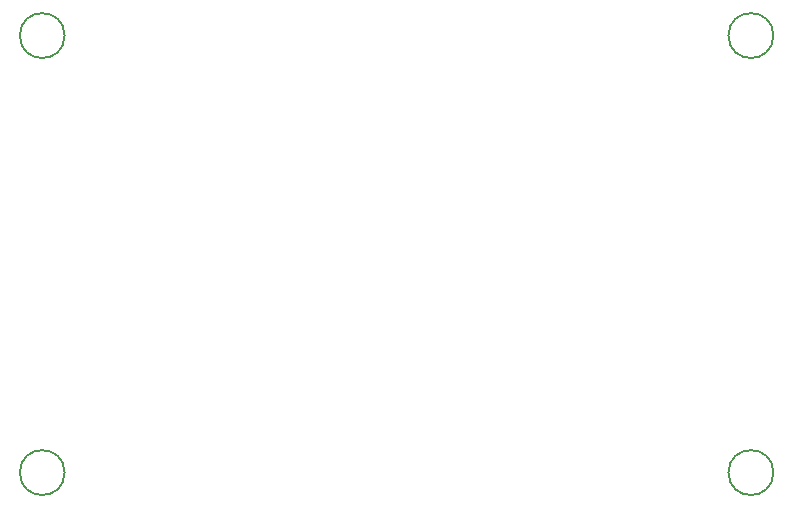
<source format=gbr>
%TF.GenerationSoftware,KiCad,Pcbnew,8.0.2-1*%
%TF.CreationDate,2025-01-23T13:43:47+09:00*%
%TF.ProjectId,gas_nrf52832,6761735f-6e72-4663-9532-3833322e6b69,rev?*%
%TF.SameCoordinates,Original*%
%TF.FileFunction,Other,Comment*%
%FSLAX46Y46*%
G04 Gerber Fmt 4.6, Leading zero omitted, Abs format (unit mm)*
G04 Created by KiCad (PCBNEW 8.0.2-1) date 2025-01-23 13:43:47*
%MOMM*%
%LPD*%
G01*
G04 APERTURE LIST*
%ADD10C,0.150000*%
G04 APERTURE END LIST*
D10*
X104900000Y-102500000D02*
G75*
G02*
X101100000Y-102500000I-1900000J0D01*
G01*
X101100000Y-102500000D02*
G75*
G02*
X104900000Y-102500000I1900000J0D01*
G01*
X104900000Y-139500000D02*
G75*
G02*
X101100000Y-139500000I-1900000J0D01*
G01*
X101100000Y-139500000D02*
G75*
G02*
X104900000Y-139500000I1900000J0D01*
G01*
X164900000Y-102500000D02*
G75*
G02*
X161100000Y-102500000I-1900000J0D01*
G01*
X161100000Y-102500000D02*
G75*
G02*
X164900000Y-102500000I1900000J0D01*
G01*
X164900000Y-139500000D02*
G75*
G02*
X161100000Y-139500000I-1900000J0D01*
G01*
X161100000Y-139500000D02*
G75*
G02*
X164900000Y-139500000I1900000J0D01*
G01*
M02*

</source>
